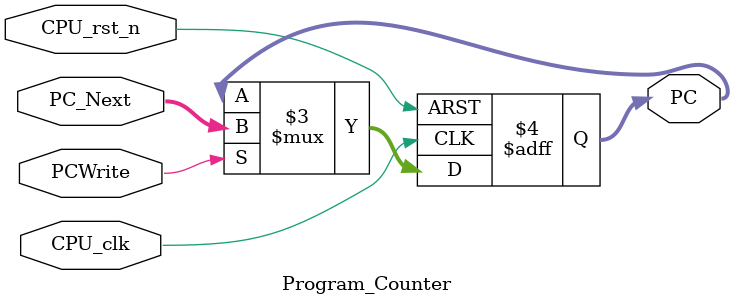
<source format=v>
/*
* Module: Program_Counter.v
* Description: Holds the address of the current instruction and updates it on
*              each clock cycle if PCWrite is asserted. Supports synchronous reset.
* Author: Aashrith S Narayn
* Date: 04/07/2025
*/

`timescale 1ns / 1ps

//(* dont_touch = "true" *)
module Program_Counter #(
    parameter PC_WIDTH     = 32,
    parameter PC_STEP      = 4
    )(
    input  wire [PC_WIDTH-1:0] PC_Next,
    input  wire                CPU_clk,
    input  wire                CPU_rst_n, 
    input  wire                PCWrite,
    output reg  [PC_WIDTH-1:0] PC    
    );
    
    localparam RESET_PC = 32'hFFFFFFFC;     //PC Reset value before clock update
    
    always @(posedge CPU_clk or negedge CPU_rst_n) begin
       if (!CPU_rst_n) begin
           PC <= RESET_PC;      //ensures that on next PC update, PC wraps to 0 
       end else begin
           PC <= (PCWrite) ? PC_Next : PC;
       end
    end
    
endmodule

</source>
